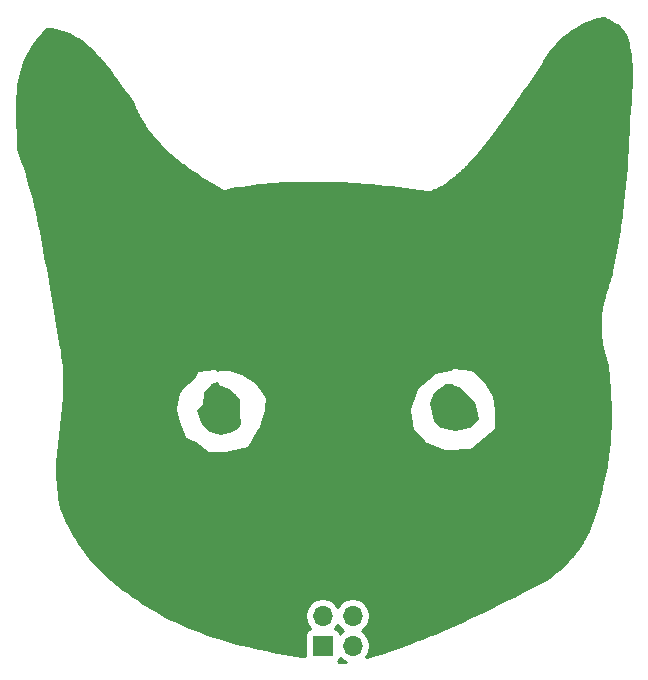
<source format=gtl>
G04 #@! TF.GenerationSoftware,KiCad,Pcbnew,5.1.6-c6e7f7d~87~ubuntu18.04.1*
G04 #@! TF.CreationDate,2020-07-20T20:37:32+02:00*
G04 #@! TF.ProjectId,cat-demo,6361742d-6465-46d6-9f2e-6b696361645f,rev?*
G04 #@! TF.SameCoordinates,Original*
G04 #@! TF.FileFunction,Copper,L1,Top*
G04 #@! TF.FilePolarity,Positive*
%FSLAX46Y46*%
G04 Gerber Fmt 4.6, Leading zero omitted, Abs format (unit mm)*
G04 Created by KiCad (PCBNEW 5.1.6-c6e7f7d~87~ubuntu18.04.1) date 2020-07-20 20:37:32*
%MOMM*%
%LPD*%
G01*
G04 APERTURE LIST*
G04 #@! TA.AperFunction,ComponentPad*
%ADD10O,1.700000X1.700000*%
G04 #@! TD*
G04 #@! TA.AperFunction,ComponentPad*
%ADD11R,1.700000X1.700000*%
G04 #@! TD*
G04 #@! TA.AperFunction,NonConductor*
%ADD12C,0.254000*%
G04 #@! TD*
G04 APERTURE END LIST*
D10*
X132840000Y-91985000D03*
X130300000Y-91985000D03*
X132840000Y-94525000D03*
D11*
X130300000Y-94525000D03*
D12*
G36*
X131893368Y-95678475D02*
G01*
X132136589Y-95840990D01*
X132248599Y-95887386D01*
X132037324Y-95928411D01*
X131654425Y-95865004D01*
X131654282Y-95864994D01*
X131651825Y-95864579D01*
X131570456Y-95851404D01*
X131601185Y-95826185D01*
X131680537Y-95729494D01*
X131739502Y-95619180D01*
X131761513Y-95546620D01*
X131893368Y-95678475D01*
G37*
X131893368Y-95678475D02*
X132136589Y-95840990D01*
X132248599Y-95887386D01*
X132037324Y-95928411D01*
X131654425Y-95865004D01*
X131654282Y-95864994D01*
X131651825Y-95864579D01*
X131570456Y-95851404D01*
X131601185Y-95826185D01*
X131680537Y-95729494D01*
X131739502Y-95619180D01*
X131761513Y-95546620D01*
X131893368Y-95678475D01*
G36*
X154152202Y-41362534D02*
G01*
X154160768Y-41368186D01*
X154407550Y-41528530D01*
X154422181Y-41536119D01*
X154435505Y-41545817D01*
X154444387Y-41550956D01*
X154708183Y-41701124D01*
X154964225Y-41848284D01*
X155194011Y-41999121D01*
X155402281Y-42169384D01*
X155606568Y-42388825D01*
X155692606Y-42504629D01*
X155784871Y-42650548D01*
X155875231Y-42819713D01*
X155962893Y-43015607D01*
X156046665Y-43241328D01*
X156125189Y-43499777D01*
X156196965Y-43793405D01*
X156260531Y-44124576D01*
X156314444Y-44495369D01*
X156357339Y-44907734D01*
X156387948Y-45363717D01*
X156405054Y-45865158D01*
X156407518Y-46414019D01*
X156394251Y-47012137D01*
X156364205Y-47661479D01*
X156316363Y-48364055D01*
X156249737Y-49121844D01*
X156162743Y-49942645D01*
X156162559Y-49966109D01*
X156159293Y-49989348D01*
X156158935Y-49999604D01*
X156148631Y-50368726D01*
X156136968Y-50737946D01*
X156123826Y-51108648D01*
X156109140Y-51480414D01*
X156092798Y-51854045D01*
X156074744Y-52229009D01*
X156054874Y-52605809D01*
X156033112Y-52984447D01*
X156009371Y-53365007D01*
X155983580Y-53747406D01*
X155955634Y-54132041D01*
X155925465Y-54518792D01*
X155893007Y-54907538D01*
X155858118Y-55299043D01*
X155820789Y-55692572D01*
X155780879Y-56088832D01*
X155738317Y-56487749D01*
X155693032Y-56889289D01*
X155644935Y-57293609D01*
X155593949Y-57700743D01*
X155539961Y-58110984D01*
X155482921Y-58524174D01*
X155422717Y-58940601D01*
X155359274Y-59360274D01*
X155292537Y-59783101D01*
X155222356Y-60209581D01*
X155148718Y-60639366D01*
X155071470Y-61072934D01*
X154990571Y-61510127D01*
X154905956Y-61950937D01*
X154817488Y-62395725D01*
X154727656Y-62832058D01*
X154682624Y-63012398D01*
X154632405Y-63200389D01*
X154579355Y-63388722D01*
X154523951Y-63577715D01*
X154466681Y-63767713D01*
X154407847Y-63959753D01*
X154348580Y-64152228D01*
X154348566Y-64152297D01*
X154348217Y-64153409D01*
X154288927Y-64347117D01*
X154288895Y-64347273D01*
X154287906Y-64350481D01*
X154229432Y-64544839D01*
X154229396Y-64545019D01*
X154227792Y-64550367D01*
X154170663Y-64745799D01*
X154170637Y-64745935D01*
X154168468Y-64753462D01*
X154113212Y-64950392D01*
X154113208Y-64950413D01*
X154110546Y-64960152D01*
X154057693Y-65159002D01*
X154057537Y-65159954D01*
X154057203Y-65160856D01*
X154054662Y-65170799D01*
X154004740Y-65371994D01*
X154004457Y-65373923D01*
X154003815Y-65375764D01*
X154001466Y-65385754D01*
X153955005Y-65589716D01*
X153954643Y-65592566D01*
X153953756Y-65595299D01*
X153951625Y-65605337D01*
X153909153Y-65812489D01*
X153908764Y-65816196D01*
X153907700Y-65819764D01*
X153905810Y-65829850D01*
X153867855Y-66040617D01*
X153867493Y-66045107D01*
X153866321Y-66049448D01*
X153864696Y-66059580D01*
X153831789Y-66274383D01*
X153831508Y-66279559D01*
X153830298Y-66284596D01*
X153828957Y-66294770D01*
X153801626Y-66514035D01*
X153801474Y-66519802D01*
X153800295Y-66525443D01*
X153799256Y-66535652D01*
X153778029Y-66759800D01*
X153778050Y-66766051D01*
X153776960Y-66772207D01*
X153776237Y-66782444D01*
X153761644Y-67011899D01*
X153761871Y-67018530D01*
X153760925Y-67025087D01*
X153760529Y-67035342D01*
X153753099Y-67270525D01*
X153753555Y-67277407D01*
X153752793Y-67284267D01*
X153752732Y-67294529D01*
X153752993Y-67535867D01*
X153753691Y-67542905D01*
X153753144Y-67549946D01*
X153753423Y-67560204D01*
X153761905Y-67808118D01*
X153762843Y-67815188D01*
X153762528Y-67822312D01*
X153763148Y-67832555D01*
X153780379Y-68087471D01*
X153781548Y-68094482D01*
X153781470Y-68101582D01*
X153782430Y-68111799D01*
X153808940Y-68374136D01*
X153810318Y-68380989D01*
X153810471Y-68387970D01*
X153811767Y-68398150D01*
X153848083Y-68668335D01*
X153849642Y-68674953D01*
X153850011Y-68681741D01*
X153851636Y-68691874D01*
X153898289Y-68970327D01*
X153899995Y-68976643D01*
X153900556Y-68983156D01*
X153902501Y-68993232D01*
X153960018Y-69280378D01*
X153961832Y-69286338D01*
X153962558Y-69292526D01*
X153964813Y-69302538D01*
X154033724Y-69598800D01*
X154035607Y-69604365D01*
X154036466Y-69610178D01*
X154039019Y-69620117D01*
X154119853Y-69925919D01*
X154121768Y-69931068D01*
X154122726Y-69936466D01*
X154125564Y-69946328D01*
X154218850Y-70262092D01*
X154220757Y-70266797D01*
X154221781Y-70271767D01*
X154224892Y-70281546D01*
X154310601Y-70544602D01*
X154349383Y-70830358D01*
X154393060Y-71177900D01*
X154433092Y-71524584D01*
X154469496Y-71870896D01*
X154502200Y-72216579D01*
X154531153Y-72561510D01*
X154556338Y-72905952D01*
X154577695Y-73249694D01*
X154595192Y-73592808D01*
X154608790Y-73935432D01*
X154618436Y-74277204D01*
X154624099Y-74618478D01*
X154625734Y-74959163D01*
X154623300Y-75299086D01*
X154616756Y-75638332D01*
X154606056Y-75977076D01*
X154591167Y-76315057D01*
X154572038Y-76652467D01*
X154548638Y-76989131D01*
X154520913Y-77325224D01*
X154488840Y-77660526D01*
X154452342Y-77995375D01*
X154411424Y-78329362D01*
X154366004Y-78662806D01*
X154316057Y-78995570D01*
X154261527Y-79327739D01*
X154202401Y-79659122D01*
X154138599Y-79989948D01*
X154070101Y-80320080D01*
X153996854Y-80649568D01*
X153918812Y-80978413D01*
X153834640Y-81311734D01*
X153834049Y-81315655D01*
X153832749Y-81319397D01*
X153830412Y-81329390D01*
X153771539Y-81589423D01*
X153711696Y-81846513D01*
X153650141Y-82101988D01*
X153586371Y-82356115D01*
X153520007Y-82608681D01*
X153450634Y-82859640D01*
X153377816Y-83109048D01*
X153301143Y-83356871D01*
X153220230Y-83603018D01*
X153134634Y-83847592D01*
X153043977Y-84090504D01*
X152947806Y-84331874D01*
X152845721Y-84571682D01*
X152737306Y-84809947D01*
X152622132Y-85046708D01*
X152499738Y-85282059D01*
X152369680Y-85516040D01*
X152231497Y-85748709D01*
X152084719Y-85980123D01*
X151928852Y-86210353D01*
X151763402Y-86439449D01*
X151587825Y-86667507D01*
X151401660Y-86894496D01*
X151204306Y-87120541D01*
X150995312Y-87345565D01*
X150774040Y-87569687D01*
X150540024Y-87792826D01*
X150292668Y-88015018D01*
X150031463Y-88236207D01*
X149755905Y-88456325D01*
X149465390Y-88675383D01*
X149191267Y-88870615D01*
X148530661Y-89219768D01*
X147838562Y-89581378D01*
X147156894Y-89933288D01*
X146485241Y-90275713D01*
X145824094Y-90608406D01*
X145173204Y-90931496D01*
X144532759Y-91244892D01*
X143902404Y-91548772D01*
X143282601Y-91842916D01*
X142672966Y-92127509D01*
X142073701Y-92402461D01*
X141484808Y-92667773D01*
X140906331Y-92923432D01*
X140338232Y-93169462D01*
X139780586Y-93405835D01*
X139233212Y-93632632D01*
X138696570Y-93849674D01*
X138170108Y-94057191D01*
X137654237Y-94255027D01*
X137148838Y-94443241D01*
X136653943Y-94621828D01*
X136169628Y-94790776D01*
X135695885Y-94950100D01*
X135232737Y-95099808D01*
X134780237Y-95239900D01*
X134338490Y-95370362D01*
X133997193Y-95466068D01*
X134155990Y-95228411D01*
X134267932Y-94958158D01*
X134325000Y-94671260D01*
X134325000Y-94378740D01*
X134267932Y-94091842D01*
X134155990Y-93821589D01*
X133993475Y-93578368D01*
X133786632Y-93371525D01*
X133612240Y-93255000D01*
X133786632Y-93138475D01*
X133993475Y-92931632D01*
X134155990Y-92688411D01*
X134267932Y-92418158D01*
X134325000Y-92131260D01*
X134325000Y-91838740D01*
X134267932Y-91551842D01*
X134155990Y-91281589D01*
X133993475Y-91038368D01*
X133786632Y-90831525D01*
X133543411Y-90669010D01*
X133273158Y-90557068D01*
X132986260Y-90500000D01*
X132693740Y-90500000D01*
X132406842Y-90557068D01*
X132136589Y-90669010D01*
X131893368Y-90831525D01*
X131686525Y-91038368D01*
X131570000Y-91212760D01*
X131453475Y-91038368D01*
X131246632Y-90831525D01*
X131003411Y-90669010D01*
X130733158Y-90557068D01*
X130446260Y-90500000D01*
X130153740Y-90500000D01*
X129866842Y-90557068D01*
X129596589Y-90669010D01*
X129353368Y-90831525D01*
X129146525Y-91038368D01*
X128984010Y-91281589D01*
X128872068Y-91551842D01*
X128815000Y-91838740D01*
X128815000Y-92131260D01*
X128872068Y-92418158D01*
X128984010Y-92688411D01*
X129146525Y-92931632D01*
X129278380Y-93063487D01*
X129205820Y-93085498D01*
X129095506Y-93144463D01*
X128998815Y-93223815D01*
X128919463Y-93320506D01*
X128860498Y-93430820D01*
X128824188Y-93550518D01*
X128811928Y-93675000D01*
X128811928Y-95375000D01*
X128815692Y-95413217D01*
X128571593Y-95374096D01*
X128061101Y-95290741D01*
X127551112Y-95205360D01*
X127041774Y-95117416D01*
X126533369Y-95026398D01*
X126025721Y-94931721D01*
X125518715Y-94832805D01*
X125012431Y-94729115D01*
X124506991Y-94620127D01*
X124002221Y-94505256D01*
X123498101Y-94383952D01*
X122994601Y-94255661D01*
X122491759Y-94119853D01*
X121989511Y-93975966D01*
X121487883Y-93823471D01*
X120986668Y-93661762D01*
X120486058Y-93490361D01*
X119985759Y-93308629D01*
X119485910Y-93116074D01*
X118986396Y-92912113D01*
X118487166Y-92696181D01*
X117988129Y-92467694D01*
X117489279Y-92226103D01*
X116990547Y-91970827D01*
X116491835Y-91701261D01*
X116000459Y-91421024D01*
X115720595Y-91243905D01*
X115428380Y-91057479D01*
X115137819Y-90870007D01*
X114849194Y-90681071D01*
X114562460Y-90490047D01*
X114278137Y-90296691D01*
X113996038Y-90100284D01*
X113716549Y-89900508D01*
X113439821Y-89696881D01*
X113165989Y-89488917D01*
X112895187Y-89276130D01*
X112627607Y-89058078D01*
X112363405Y-88834297D01*
X112102707Y-88604294D01*
X111845649Y-88367586D01*
X111592352Y-88123670D01*
X111342960Y-87872065D01*
X111097576Y-87612239D01*
X110856363Y-87343713D01*
X110619443Y-87065968D01*
X110386901Y-86778413D01*
X110158942Y-86480605D01*
X109935623Y-86171891D01*
X109717158Y-85851810D01*
X109503629Y-85519711D01*
X109295268Y-85175136D01*
X109092217Y-84817487D01*
X108894638Y-84446174D01*
X108702729Y-84060649D01*
X108516689Y-83660363D01*
X108336737Y-83244789D01*
X108182852Y-82862492D01*
X108096167Y-82462442D01*
X108015971Y-82024163D01*
X107951791Y-81595955D01*
X107902497Y-81176816D01*
X107866975Y-80765623D01*
X107844148Y-80361397D01*
X107832963Y-79963099D01*
X107832379Y-79569667D01*
X107841380Y-79180078D01*
X107858947Y-78793470D01*
X107884078Y-78408739D01*
X107915747Y-78025130D01*
X107952939Y-77641565D01*
X107994583Y-77257478D01*
X108039667Y-76871585D01*
X108087057Y-76483476D01*
X108135605Y-76092675D01*
X108135606Y-76092628D01*
X108135696Y-76091939D01*
X108184154Y-75698622D01*
X108184158Y-75698479D01*
X108184514Y-75695655D01*
X108231643Y-75299874D01*
X108231647Y-75299684D01*
X108232237Y-75294727D01*
X108276904Y-74895685D01*
X108276906Y-74895525D01*
X108277680Y-74888426D01*
X108318751Y-74485334D01*
X108318751Y-74485265D01*
X108319638Y-74476050D01*
X108322490Y-74444032D01*
X117823064Y-74444032D01*
X117826290Y-74468718D01*
X117840346Y-74529264D01*
X118086290Y-75588718D01*
X118093668Y-75610949D01*
X118693668Y-76980949D01*
X118701456Y-76995934D01*
X118716405Y-77015843D01*
X118734950Y-77032453D01*
X118756380Y-77045126D01*
X119476025Y-77380303D01*
X120626691Y-78193705D01*
X120651399Y-78207333D01*
X120675224Y-78214560D01*
X120700000Y-78217000D01*
X122020000Y-78217000D01*
X122050049Y-78213394D01*
X123980049Y-77743394D01*
X124004247Y-77734832D01*
X124025607Y-77722042D01*
X124044062Y-77705331D01*
X124058902Y-77685341D01*
X124958902Y-76185341D01*
X124969788Y-76162189D01*
X125529788Y-74572189D01*
X125533547Y-74559412D01*
X125536911Y-74534744D01*
X125537314Y-74523938D01*
X137583145Y-74523938D01*
X137584400Y-74548802D01*
X137834400Y-76218802D01*
X137841728Y-76246268D01*
X137853027Y-76268453D01*
X137868437Y-76288007D01*
X138858437Y-77318007D01*
X138879536Y-77335659D01*
X138901503Y-77347376D01*
X140571503Y-78037376D01*
X140602386Y-78045773D01*
X140627261Y-78046792D01*
X142897261Y-77916792D01*
X142930257Y-77910451D01*
X142952982Y-77900283D01*
X142973287Y-77885877D01*
X144953287Y-76165877D01*
X144962844Y-76156654D01*
X144977965Y-76136876D01*
X144988938Y-76114528D01*
X144995340Y-76090469D01*
X144996925Y-76065623D01*
X144946925Y-74615623D01*
X144946273Y-74606433D01*
X144816273Y-73396433D01*
X144810159Y-73368881D01*
X144799828Y-73346229D01*
X144079828Y-72106229D01*
X144069054Y-72090519D01*
X144051645Y-72072721D01*
X142931645Y-71132721D01*
X142911181Y-71118708D01*
X142888294Y-71108911D01*
X142863935Y-71103767D01*
X141323935Y-70933767D01*
X141310000Y-70933000D01*
X141285224Y-70935440D01*
X141261399Y-70942667D01*
X141239443Y-70954403D01*
X141220197Y-70970197D01*
X141204403Y-70989443D01*
X141192667Y-71011399D01*
X141185440Y-71035224D01*
X141183000Y-71060000D01*
X141183000Y-71070751D01*
X141161592Y-71064849D01*
X141136762Y-71063041D01*
X141112055Y-71066113D01*
X139782055Y-71366113D01*
X139768972Y-71369810D01*
X139746312Y-71380123D01*
X139726100Y-71394659D01*
X138226100Y-72714659D01*
X138215222Y-72725465D01*
X138200551Y-72745580D01*
X138190087Y-72768170D01*
X137755033Y-74015323D01*
X137590087Y-74488170D01*
X137583145Y-74523938D01*
X125537314Y-74523938D01*
X125576911Y-73464744D01*
X125573555Y-73430622D01*
X125565450Y-73407082D01*
X125552908Y-73385576D01*
X124742908Y-72265576D01*
X124726758Y-72247253D01*
X124706997Y-72232109D01*
X123466997Y-71462109D01*
X123438136Y-71448861D01*
X122358136Y-71108861D01*
X122344776Y-71105440D01*
X122320000Y-71103000D01*
X121500000Y-71103000D01*
X121474186Y-71105651D01*
X121450423Y-71113076D01*
X121428565Y-71124995D01*
X121409452Y-71140949D01*
X121393819Y-71160325D01*
X121387213Y-71172936D01*
X121376000Y-71084097D01*
X121370977Y-71061354D01*
X121361113Y-71038495D01*
X121346979Y-71018000D01*
X121329118Y-71000656D01*
X121308217Y-70987129D01*
X121285079Y-70977941D01*
X121260592Y-70973442D01*
X121235698Y-70973808D01*
X119735698Y-71143808D01*
X119703451Y-71151838D01*
X119681294Y-71163190D01*
X119661776Y-71178646D01*
X119645649Y-71197613D01*
X119633532Y-71219362D01*
X119347615Y-71876970D01*
X118476400Y-72496501D01*
X118460842Y-72509558D01*
X118444911Y-72528689D01*
X118064911Y-73088689D01*
X118051437Y-73114482D01*
X118044835Y-73138487D01*
X117824835Y-74418487D01*
X117823064Y-74444032D01*
X108322490Y-74444032D01*
X108355979Y-74068114D01*
X108355975Y-74067620D01*
X108356064Y-74067143D01*
X108356890Y-74056914D01*
X108387368Y-73643342D01*
X108387334Y-73641956D01*
X108387565Y-73640593D01*
X108388210Y-73630351D01*
X108411691Y-73210351D01*
X108411599Y-73208147D01*
X108411923Y-73205966D01*
X108412363Y-73195713D01*
X108427712Y-72768491D01*
X108427530Y-72765555D01*
X108427899Y-72762637D01*
X108428114Y-72752377D01*
X108434199Y-72317142D01*
X108433898Y-72313561D01*
X108434264Y-72309989D01*
X108434236Y-72299727D01*
X108429922Y-71855687D01*
X108429477Y-71851561D01*
X108429795Y-71847427D01*
X108429509Y-71837169D01*
X108413663Y-71383529D01*
X108413053Y-71378959D01*
X108413285Y-71374358D01*
X108412727Y-71364111D01*
X108384215Y-70900081D01*
X108383427Y-70895171D01*
X108383541Y-70890201D01*
X108382703Y-70879973D01*
X108340391Y-70404759D01*
X108339419Y-70399607D01*
X108339391Y-70394373D01*
X108338265Y-70384173D01*
X108281021Y-69896984D01*
X108279868Y-69891694D01*
X108279684Y-69886282D01*
X108278266Y-69876118D01*
X108204954Y-69376160D01*
X108201879Y-69363772D01*
X108200827Y-69351050D01*
X108198917Y-69340967D01*
X108096241Y-68818874D01*
X107997570Y-68299568D01*
X107901878Y-67779890D01*
X107808888Y-67260563D01*
X107718064Y-66740898D01*
X107628968Y-66220754D01*
X107541258Y-65700551D01*
X107454402Y-65179601D01*
X107368123Y-64658757D01*
X107368123Y-64658756D01*
X107281892Y-64137367D01*
X107281887Y-64137350D01*
X107281830Y-64136988D01*
X107195280Y-63615362D01*
X107195265Y-63615304D01*
X107195122Y-63614414D01*
X107107851Y-63092668D01*
X107107828Y-63092583D01*
X107107596Y-63091152D01*
X107019170Y-62569213D01*
X107019139Y-62569101D01*
X107018815Y-62567136D01*
X106928803Y-62044932D01*
X106928766Y-62044796D01*
X106928343Y-62042294D01*
X106836312Y-61519756D01*
X106836270Y-61519607D01*
X106835743Y-61516565D01*
X106741260Y-60993617D01*
X106741212Y-60993448D01*
X106740574Y-60989879D01*
X106643207Y-60466450D01*
X106643158Y-60466282D01*
X106642399Y-60462173D01*
X106541715Y-59938191D01*
X106541662Y-59938011D01*
X106540775Y-59933385D01*
X106436342Y-59408779D01*
X106436287Y-59408597D01*
X106435261Y-59403453D01*
X106326646Y-58878151D01*
X106326592Y-58877976D01*
X106325416Y-58872319D01*
X106212185Y-58346247D01*
X106212133Y-58346085D01*
X106210795Y-58339924D01*
X106092518Y-57813010D01*
X106092466Y-57812854D01*
X106090958Y-57806209D01*
X105967202Y-57278383D01*
X105967153Y-57278240D01*
X105965461Y-57271123D01*
X105835793Y-56742312D01*
X105835746Y-56742177D01*
X105833860Y-56734609D01*
X105697847Y-56204740D01*
X105697806Y-56204628D01*
X105695712Y-56196615D01*
X105552921Y-55665617D01*
X105552884Y-55665519D01*
X105550574Y-55657095D01*
X105400574Y-55124896D01*
X105400547Y-55124826D01*
X105398005Y-55115997D01*
X105240363Y-54582524D01*
X105240345Y-54582480D01*
X105237563Y-54573272D01*
X105071845Y-54038454D01*
X105071834Y-54038429D01*
X105068806Y-54028878D01*
X104894581Y-53492643D01*
X104894551Y-53492574D01*
X104894536Y-53492506D01*
X104891295Y-53482769D01*
X104708130Y-52945044D01*
X104708030Y-52944823D01*
X104707975Y-52944591D01*
X104704593Y-52934902D01*
X104550349Y-52502871D01*
X104542317Y-52276496D01*
X104542292Y-52276313D01*
X104542104Y-52271061D01*
X104527366Y-51927457D01*
X104527343Y-51927296D01*
X104527212Y-51924062D01*
X104510734Y-51577342D01*
X104510722Y-51577259D01*
X104510665Y-51575922D01*
X104493375Y-51226379D01*
X104476292Y-50876115D01*
X104460314Y-50525025D01*
X104446375Y-50174019D01*
X104435352Y-49823094D01*
X104428128Y-49472709D01*
X104425566Y-49123195D01*
X104428512Y-48774673D01*
X104437803Y-48427569D01*
X104454255Y-48082218D01*
X104478675Y-47738840D01*
X104511855Y-47397706D01*
X104554575Y-47059095D01*
X104607587Y-46723318D01*
X104671672Y-46390476D01*
X104747572Y-46060828D01*
X104836057Y-45734494D01*
X104937925Y-45411505D01*
X105053944Y-45092026D01*
X105184977Y-44776005D01*
X105331901Y-44463437D01*
X105495643Y-44154297D01*
X105677195Y-43848533D01*
X105877590Y-43546123D01*
X106097926Y-43247038D01*
X106339359Y-42951280D01*
X106603051Y-42658924D01*
X106890210Y-42370076D01*
X106980097Y-42287873D01*
X107025159Y-42291272D01*
X107353479Y-42333780D01*
X107668299Y-42392125D01*
X107970629Y-42465577D01*
X108261488Y-42553492D01*
X108541839Y-42655296D01*
X108812725Y-42770538D01*
X109074944Y-42898750D01*
X109329366Y-43039568D01*
X109576702Y-43192604D01*
X109817631Y-43357499D01*
X110052692Y-43533822D01*
X110282411Y-43721142D01*
X110507249Y-43918971D01*
X110727682Y-44126826D01*
X110944055Y-44344074D01*
X111156838Y-44570174D01*
X111366393Y-44804444D01*
X111573168Y-45046260D01*
X111777540Y-45294882D01*
X111979961Y-45549626D01*
X112180876Y-45809761D01*
X112380763Y-46074578D01*
X112580157Y-46343407D01*
X112779366Y-46615248D01*
X112979282Y-46889871D01*
X112979289Y-46889878D01*
X113179476Y-47165202D01*
X113179528Y-47165260D01*
X113180352Y-47166406D01*
X113381222Y-47441494D01*
X113381328Y-47441612D01*
X113383230Y-47444231D01*
X113585073Y-47717989D01*
X113585195Y-47718125D01*
X113588247Y-47722262D01*
X113791613Y-47993943D01*
X113791716Y-47994056D01*
X113796000Y-47999745D01*
X114001436Y-48268604D01*
X114001483Y-48268655D01*
X114007104Y-48275926D01*
X114142860Y-48449030D01*
X114214268Y-48645303D01*
X114218002Y-48653100D01*
X114220345Y-48661415D01*
X114224145Y-48670948D01*
X114345761Y-48969933D01*
X114349718Y-48977459D01*
X114352324Y-48985549D01*
X114356474Y-48994935D01*
X114487956Y-49286744D01*
X114492094Y-49293953D01*
X114494928Y-49301763D01*
X114499418Y-49310991D01*
X114640480Y-49595833D01*
X114644748Y-49602678D01*
X114647769Y-49610155D01*
X114652587Y-49619216D01*
X114802938Y-49897301D01*
X114807293Y-49903758D01*
X114810457Y-49910862D01*
X114815589Y-49919749D01*
X114974945Y-50191285D01*
X114979329Y-50197317D01*
X114982593Y-50204020D01*
X114988026Y-50212726D01*
X115156100Y-50477923D01*
X115160465Y-50483516D01*
X115163779Y-50489785D01*
X115169497Y-50498306D01*
X115346001Y-50757373D01*
X115350298Y-50762518D01*
X115353615Y-50768332D01*
X115359604Y-50776665D01*
X115544249Y-51029812D01*
X115548432Y-51034506D01*
X115551711Y-51039860D01*
X115557955Y-51048004D01*
X115750456Y-51295436D01*
X115754475Y-51299674D01*
X115757672Y-51304561D01*
X115764157Y-51312515D01*
X115964225Y-51554445D01*
X115968049Y-51558243D01*
X115971124Y-51562664D01*
X115977833Y-51570430D01*
X116185181Y-51807064D01*
X116188769Y-51810430D01*
X116191685Y-51814387D01*
X116198603Y-51821967D01*
X116412944Y-52053517D01*
X116416268Y-52056469D01*
X116418999Y-52059980D01*
X116426112Y-52067377D01*
X116647158Y-52294049D01*
X116650193Y-52296606D01*
X116652704Y-52299675D01*
X116659998Y-52306894D01*
X116887462Y-52528899D01*
X116890185Y-52531081D01*
X116892455Y-52533726D01*
X116899916Y-52540773D01*
X117133511Y-52758320D01*
X117135905Y-52760147D01*
X117137916Y-52762389D01*
X117145531Y-52769268D01*
X117384969Y-52982565D01*
X117387021Y-52984061D01*
X117388752Y-52985911D01*
X117396509Y-52992631D01*
X117641503Y-53201887D01*
X117643202Y-53203072D01*
X117644643Y-53204553D01*
X117652529Y-53211120D01*
X117902792Y-53416545D01*
X117904134Y-53417443D01*
X117905274Y-53418572D01*
X117913279Y-53424993D01*
X118168524Y-53626795D01*
X118169497Y-53627420D01*
X118170330Y-53628218D01*
X118178444Y-53634501D01*
X118438382Y-53832889D01*
X118438989Y-53833264D01*
X118439509Y-53833747D01*
X118447721Y-53839900D01*
X118712065Y-54035083D01*
X118712305Y-54035226D01*
X118712508Y-54035409D01*
X118720810Y-54041441D01*
X118989274Y-54233629D01*
X118989296Y-54233642D01*
X118997416Y-54239375D01*
X119269711Y-54428775D01*
X119269784Y-54428816D01*
X119277242Y-54433943D01*
X119553081Y-54620766D01*
X119553188Y-54620824D01*
X119559998Y-54625394D01*
X119839095Y-54809848D01*
X119839228Y-54809918D01*
X119845397Y-54813967D01*
X120127464Y-54996261D01*
X120127618Y-54996340D01*
X120133148Y-54999897D01*
X120417896Y-55180240D01*
X120418060Y-55180323D01*
X120422966Y-55183422D01*
X120710111Y-55362023D01*
X120710277Y-55362105D01*
X120714563Y-55364770D01*
X121003815Y-55541839D01*
X121003978Y-55541918D01*
X121007657Y-55544175D01*
X121298729Y-55719919D01*
X121298881Y-55719992D01*
X121301959Y-55721858D01*
X121594565Y-55896488D01*
X121639717Y-55917763D01*
X121683506Y-55941683D01*
X121704454Y-55948266D01*
X121724329Y-55957631D01*
X121772753Y-55969730D01*
X121820355Y-55984690D01*
X121842189Y-55987080D01*
X121863498Y-55992404D01*
X121913343Y-55994868D01*
X121962950Y-56000297D01*
X121984829Y-55998401D01*
X122006769Y-55999485D01*
X122056143Y-55992219D01*
X122105861Y-55987910D01*
X122115937Y-55985960D01*
X122569649Y-55894855D01*
X123023095Y-55811577D01*
X123482438Y-55734834D01*
X123947659Y-55664575D01*
X124418585Y-55600774D01*
X124895168Y-55543379D01*
X125377572Y-55492322D01*
X125865458Y-55447581D01*
X126358961Y-55409091D01*
X126857963Y-55376810D01*
X127362340Y-55350688D01*
X127872171Y-55330671D01*
X128387303Y-55316709D01*
X128907704Y-55308749D01*
X129433443Y-55306740D01*
X129964155Y-55310628D01*
X130500098Y-55320360D01*
X131041175Y-55335885D01*
X131587013Y-55357139D01*
X132137963Y-55384079D01*
X132693773Y-55416643D01*
X133254417Y-55454777D01*
X133819847Y-55498426D01*
X134389904Y-55547523D01*
X134964772Y-55602035D01*
X135544120Y-55661879D01*
X136128036Y-55727008D01*
X136716448Y-55797366D01*
X137309379Y-55872904D01*
X137906575Y-55953539D01*
X138508201Y-56039241D01*
X139116569Y-56130308D01*
X139170940Y-56133075D01*
X139225102Y-56138406D01*
X139242431Y-56136714D01*
X139259830Y-56137599D01*
X139313712Y-56129752D01*
X139367869Y-56124462D01*
X139384539Y-56119436D01*
X139401780Y-56116925D01*
X139453104Y-56098764D01*
X139505209Y-56083054D01*
X139514671Y-56079081D01*
X139779632Y-55965637D01*
X139791060Y-55959360D01*
X139803335Y-55954988D01*
X139812590Y-55950554D01*
X140074028Y-55823018D01*
X140084256Y-55816725D01*
X140095366Y-55812175D01*
X140104405Y-55807315D01*
X140362452Y-55666214D01*
X140371508Y-55660043D01*
X140381457Y-55655452D01*
X140390275Y-55650201D01*
X140645063Y-55496062D01*
X140653004Y-55490128D01*
X140661827Y-55485610D01*
X140670423Y-55480004D01*
X140922082Y-55313354D01*
X140928979Y-55307747D01*
X140936723Y-55303402D01*
X140945100Y-55297473D01*
X141193763Y-55118838D01*
X141199687Y-55113635D01*
X141206419Y-55109539D01*
X141214581Y-55103318D01*
X141460379Y-54913227D01*
X141465415Y-54908478D01*
X141471203Y-54904692D01*
X141479157Y-54898208D01*
X141722223Y-54697187D01*
X141726453Y-54692929D01*
X141731368Y-54689497D01*
X141739122Y-54682775D01*
X141979588Y-54471350D01*
X141983086Y-54467609D01*
X141987205Y-54464559D01*
X141994769Y-54457623D01*
X142232765Y-54236321D01*
X142235610Y-54233103D01*
X142238990Y-54230464D01*
X142246374Y-54223338D01*
X142482032Y-53992688D01*
X142484288Y-53990001D01*
X142487001Y-53987778D01*
X142494215Y-53980480D01*
X142727669Y-53741008D01*
X142729402Y-53738843D01*
X142731500Y-53737047D01*
X142738557Y-53729596D01*
X142969937Y-53481830D01*
X142971197Y-53480184D01*
X142972745Y-53478806D01*
X142979654Y-53471218D01*
X143209091Y-53215682D01*
X143209929Y-53214542D01*
X143210966Y-53213585D01*
X143217740Y-53205875D01*
X143445366Y-52943099D01*
X143445826Y-52942449D01*
X143446396Y-52941906D01*
X143453045Y-52934089D01*
X143678993Y-52664599D01*
X143679109Y-52664429D01*
X143679256Y-52664285D01*
X143685790Y-52656371D01*
X143910191Y-52380694D01*
X143910225Y-52380643D01*
X143916179Y-52373239D01*
X144139165Y-52091902D01*
X144139227Y-52091806D01*
X144144413Y-52085201D01*
X144366115Y-51798731D01*
X144366197Y-51798601D01*
X144370678Y-51792772D01*
X144591229Y-51501696D01*
X144591319Y-51501549D01*
X144595160Y-51496461D01*
X144814691Y-51201305D01*
X144814788Y-51201145D01*
X144818030Y-51196780D01*
X145036672Y-50898074D01*
X145036765Y-50897917D01*
X145039456Y-50894245D01*
X145257342Y-50592514D01*
X145257430Y-50592364D01*
X145259600Y-50589369D01*
X145476862Y-50285140D01*
X145476940Y-50285005D01*
X145478616Y-50282672D01*
X145695385Y-49976472D01*
X145695446Y-49976366D01*
X145696657Y-49974669D01*
X145913066Y-49667025D01*
X145913109Y-49666949D01*
X145913867Y-49665883D01*
X146130045Y-49357323D01*
X146130064Y-49357289D01*
X146130385Y-49356837D01*
X146346465Y-49047886D01*
X146562000Y-48739903D01*
X146777693Y-48432590D01*
X146992838Y-48127665D01*
X147203219Y-47831747D01*
X147382759Y-47593631D01*
X147384506Y-47590771D01*
X147386751Y-47588286D01*
X147392797Y-47579994D01*
X147572395Y-47330025D01*
X147573414Y-47328267D01*
X147574744Y-47326736D01*
X147580628Y-47318327D01*
X147755048Y-47065314D01*
X147755386Y-47064704D01*
X147755831Y-47064175D01*
X147761581Y-47055674D01*
X147931798Y-46800188D01*
X147931839Y-46800112D01*
X147936715Y-46792710D01*
X148103707Y-46535327D01*
X148103790Y-46535167D01*
X148107089Y-46530065D01*
X148271829Y-46271357D01*
X148271902Y-46271214D01*
X148273727Y-46268361D01*
X148437191Y-46008902D01*
X148437213Y-46008858D01*
X148437635Y-46008197D01*
X148600392Y-45749209D01*
X148762359Y-45492931D01*
X148924647Y-45239656D01*
X149088067Y-44990100D01*
X149253466Y-44744857D01*
X149421732Y-44504410D01*
X149593755Y-44269189D01*
X149770414Y-44039597D01*
X149952567Y-43816036D01*
X150141116Y-43598826D01*
X150336991Y-43388246D01*
X150541112Y-43184591D01*
X150754494Y-42988072D01*
X150978180Y-42798915D01*
X151213345Y-42617279D01*
X151461125Y-42443422D01*
X151722797Y-42277568D01*
X151999638Y-42120025D01*
X152292986Y-41971139D01*
X152604185Y-41831330D01*
X152934540Y-41701100D01*
X153285392Y-41580993D01*
X153657979Y-41471634D01*
X154053551Y-41373673D01*
X154143391Y-41355293D01*
X154152202Y-41362534D01*
G37*
X154152202Y-41362534D02*
X154160768Y-41368186D01*
X154407550Y-41528530D01*
X154422181Y-41536119D01*
X154435505Y-41545817D01*
X154444387Y-41550956D01*
X154708183Y-41701124D01*
X154964225Y-41848284D01*
X155194011Y-41999121D01*
X155402281Y-42169384D01*
X155606568Y-42388825D01*
X155692606Y-42504629D01*
X155784871Y-42650548D01*
X155875231Y-42819713D01*
X155962893Y-43015607D01*
X156046665Y-43241328D01*
X156125189Y-43499777D01*
X156196965Y-43793405D01*
X156260531Y-44124576D01*
X156314444Y-44495369D01*
X156357339Y-44907734D01*
X156387948Y-45363717D01*
X156405054Y-45865158D01*
X156407518Y-46414019D01*
X156394251Y-47012137D01*
X156364205Y-47661479D01*
X156316363Y-48364055D01*
X156249737Y-49121844D01*
X156162743Y-49942645D01*
X156162559Y-49966109D01*
X156159293Y-49989348D01*
X156158935Y-49999604D01*
X156148631Y-50368726D01*
X156136968Y-50737946D01*
X156123826Y-51108648D01*
X156109140Y-51480414D01*
X156092798Y-51854045D01*
X156074744Y-52229009D01*
X156054874Y-52605809D01*
X156033112Y-52984447D01*
X156009371Y-53365007D01*
X155983580Y-53747406D01*
X155955634Y-54132041D01*
X155925465Y-54518792D01*
X155893007Y-54907538D01*
X155858118Y-55299043D01*
X155820789Y-55692572D01*
X155780879Y-56088832D01*
X155738317Y-56487749D01*
X155693032Y-56889289D01*
X155644935Y-57293609D01*
X155593949Y-57700743D01*
X155539961Y-58110984D01*
X155482921Y-58524174D01*
X155422717Y-58940601D01*
X155359274Y-59360274D01*
X155292537Y-59783101D01*
X155222356Y-60209581D01*
X155148718Y-60639366D01*
X155071470Y-61072934D01*
X154990571Y-61510127D01*
X154905956Y-61950937D01*
X154817488Y-62395725D01*
X154727656Y-62832058D01*
X154682624Y-63012398D01*
X154632405Y-63200389D01*
X154579355Y-63388722D01*
X154523951Y-63577715D01*
X154466681Y-63767713D01*
X154407847Y-63959753D01*
X154348580Y-64152228D01*
X154348566Y-64152297D01*
X154348217Y-64153409D01*
X154288927Y-64347117D01*
X154288895Y-64347273D01*
X154287906Y-64350481D01*
X154229432Y-64544839D01*
X154229396Y-64545019D01*
X154227792Y-64550367D01*
X154170663Y-64745799D01*
X154170637Y-64745935D01*
X154168468Y-64753462D01*
X154113212Y-64950392D01*
X154113208Y-64950413D01*
X154110546Y-64960152D01*
X154057693Y-65159002D01*
X154057537Y-65159954D01*
X154057203Y-65160856D01*
X154054662Y-65170799D01*
X154004740Y-65371994D01*
X154004457Y-65373923D01*
X154003815Y-65375764D01*
X154001466Y-65385754D01*
X153955005Y-65589716D01*
X153954643Y-65592566D01*
X153953756Y-65595299D01*
X153951625Y-65605337D01*
X153909153Y-65812489D01*
X153908764Y-65816196D01*
X153907700Y-65819764D01*
X153905810Y-65829850D01*
X153867855Y-66040617D01*
X153867493Y-66045107D01*
X153866321Y-66049448D01*
X153864696Y-66059580D01*
X153831789Y-66274383D01*
X153831508Y-66279559D01*
X153830298Y-66284596D01*
X153828957Y-66294770D01*
X153801626Y-66514035D01*
X153801474Y-66519802D01*
X153800295Y-66525443D01*
X153799256Y-66535652D01*
X153778029Y-66759800D01*
X153778050Y-66766051D01*
X153776960Y-66772207D01*
X153776237Y-66782444D01*
X153761644Y-67011899D01*
X153761871Y-67018530D01*
X153760925Y-67025087D01*
X153760529Y-67035342D01*
X153753099Y-67270525D01*
X153753555Y-67277407D01*
X153752793Y-67284267D01*
X153752732Y-67294529D01*
X153752993Y-67535867D01*
X153753691Y-67542905D01*
X153753144Y-67549946D01*
X153753423Y-67560204D01*
X153761905Y-67808118D01*
X153762843Y-67815188D01*
X153762528Y-67822312D01*
X153763148Y-67832555D01*
X153780379Y-68087471D01*
X153781548Y-68094482D01*
X153781470Y-68101582D01*
X153782430Y-68111799D01*
X153808940Y-68374136D01*
X153810318Y-68380989D01*
X153810471Y-68387970D01*
X153811767Y-68398150D01*
X153848083Y-68668335D01*
X153849642Y-68674953D01*
X153850011Y-68681741D01*
X153851636Y-68691874D01*
X153898289Y-68970327D01*
X153899995Y-68976643D01*
X153900556Y-68983156D01*
X153902501Y-68993232D01*
X153960018Y-69280378D01*
X153961832Y-69286338D01*
X153962558Y-69292526D01*
X153964813Y-69302538D01*
X154033724Y-69598800D01*
X154035607Y-69604365D01*
X154036466Y-69610178D01*
X154039019Y-69620117D01*
X154119853Y-69925919D01*
X154121768Y-69931068D01*
X154122726Y-69936466D01*
X154125564Y-69946328D01*
X154218850Y-70262092D01*
X154220757Y-70266797D01*
X154221781Y-70271767D01*
X154224892Y-70281546D01*
X154310601Y-70544602D01*
X154349383Y-70830358D01*
X154393060Y-71177900D01*
X154433092Y-71524584D01*
X154469496Y-71870896D01*
X154502200Y-72216579D01*
X154531153Y-72561510D01*
X154556338Y-72905952D01*
X154577695Y-73249694D01*
X154595192Y-73592808D01*
X154608790Y-73935432D01*
X154618436Y-74277204D01*
X154624099Y-74618478D01*
X154625734Y-74959163D01*
X154623300Y-75299086D01*
X154616756Y-75638332D01*
X154606056Y-75977076D01*
X154591167Y-76315057D01*
X154572038Y-76652467D01*
X154548638Y-76989131D01*
X154520913Y-77325224D01*
X154488840Y-77660526D01*
X154452342Y-77995375D01*
X154411424Y-78329362D01*
X154366004Y-78662806D01*
X154316057Y-78995570D01*
X154261527Y-79327739D01*
X154202401Y-79659122D01*
X154138599Y-79989948D01*
X154070101Y-80320080D01*
X153996854Y-80649568D01*
X153918812Y-80978413D01*
X153834640Y-81311734D01*
X153834049Y-81315655D01*
X153832749Y-81319397D01*
X153830412Y-81329390D01*
X153771539Y-81589423D01*
X153711696Y-81846513D01*
X153650141Y-82101988D01*
X153586371Y-82356115D01*
X153520007Y-82608681D01*
X153450634Y-82859640D01*
X153377816Y-83109048D01*
X153301143Y-83356871D01*
X153220230Y-83603018D01*
X153134634Y-83847592D01*
X153043977Y-84090504D01*
X152947806Y-84331874D01*
X152845721Y-84571682D01*
X152737306Y-84809947D01*
X152622132Y-85046708D01*
X152499738Y-85282059D01*
X152369680Y-85516040D01*
X152231497Y-85748709D01*
X152084719Y-85980123D01*
X151928852Y-86210353D01*
X151763402Y-86439449D01*
X151587825Y-86667507D01*
X151401660Y-86894496D01*
X151204306Y-87120541D01*
X150995312Y-87345565D01*
X150774040Y-87569687D01*
X150540024Y-87792826D01*
X150292668Y-88015018D01*
X150031463Y-88236207D01*
X149755905Y-88456325D01*
X149465390Y-88675383D01*
X149191267Y-88870615D01*
X148530661Y-89219768D01*
X147838562Y-89581378D01*
X147156894Y-89933288D01*
X146485241Y-90275713D01*
X145824094Y-90608406D01*
X145173204Y-90931496D01*
X144532759Y-91244892D01*
X143902404Y-91548772D01*
X143282601Y-91842916D01*
X142672966Y-92127509D01*
X142073701Y-92402461D01*
X141484808Y-92667773D01*
X140906331Y-92923432D01*
X140338232Y-93169462D01*
X139780586Y-93405835D01*
X139233212Y-93632632D01*
X138696570Y-93849674D01*
X138170108Y-94057191D01*
X137654237Y-94255027D01*
X137148838Y-94443241D01*
X136653943Y-94621828D01*
X136169628Y-94790776D01*
X135695885Y-94950100D01*
X135232737Y-95099808D01*
X134780237Y-95239900D01*
X134338490Y-95370362D01*
X133997193Y-95466068D01*
X134155990Y-95228411D01*
X134267932Y-94958158D01*
X134325000Y-94671260D01*
X134325000Y-94378740D01*
X134267932Y-94091842D01*
X134155990Y-93821589D01*
X133993475Y-93578368D01*
X133786632Y-93371525D01*
X133612240Y-93255000D01*
X133786632Y-93138475D01*
X133993475Y-92931632D01*
X134155990Y-92688411D01*
X134267932Y-92418158D01*
X134325000Y-92131260D01*
X134325000Y-91838740D01*
X134267932Y-91551842D01*
X134155990Y-91281589D01*
X133993475Y-91038368D01*
X133786632Y-90831525D01*
X133543411Y-90669010D01*
X133273158Y-90557068D01*
X132986260Y-90500000D01*
X132693740Y-90500000D01*
X132406842Y-90557068D01*
X132136589Y-90669010D01*
X131893368Y-90831525D01*
X131686525Y-91038368D01*
X131570000Y-91212760D01*
X131453475Y-91038368D01*
X131246632Y-90831525D01*
X131003411Y-90669010D01*
X130733158Y-90557068D01*
X130446260Y-90500000D01*
X130153740Y-90500000D01*
X129866842Y-90557068D01*
X129596589Y-90669010D01*
X129353368Y-90831525D01*
X129146525Y-91038368D01*
X128984010Y-91281589D01*
X128872068Y-91551842D01*
X128815000Y-91838740D01*
X128815000Y-92131260D01*
X128872068Y-92418158D01*
X128984010Y-92688411D01*
X129146525Y-92931632D01*
X129278380Y-93063487D01*
X129205820Y-93085498D01*
X129095506Y-93144463D01*
X128998815Y-93223815D01*
X128919463Y-93320506D01*
X128860498Y-93430820D01*
X128824188Y-93550518D01*
X128811928Y-93675000D01*
X128811928Y-95375000D01*
X128815692Y-95413217D01*
X128571593Y-95374096D01*
X128061101Y-95290741D01*
X127551112Y-95205360D01*
X127041774Y-95117416D01*
X126533369Y-95026398D01*
X126025721Y-94931721D01*
X125518715Y-94832805D01*
X125012431Y-94729115D01*
X124506991Y-94620127D01*
X124002221Y-94505256D01*
X123498101Y-94383952D01*
X122994601Y-94255661D01*
X122491759Y-94119853D01*
X121989511Y-93975966D01*
X121487883Y-93823471D01*
X120986668Y-93661762D01*
X120486058Y-93490361D01*
X119985759Y-93308629D01*
X119485910Y-93116074D01*
X118986396Y-92912113D01*
X118487166Y-92696181D01*
X117988129Y-92467694D01*
X117489279Y-92226103D01*
X116990547Y-91970827D01*
X116491835Y-91701261D01*
X116000459Y-91421024D01*
X115720595Y-91243905D01*
X115428380Y-91057479D01*
X115137819Y-90870007D01*
X114849194Y-90681071D01*
X114562460Y-90490047D01*
X114278137Y-90296691D01*
X113996038Y-90100284D01*
X113716549Y-89900508D01*
X113439821Y-89696881D01*
X113165989Y-89488917D01*
X112895187Y-89276130D01*
X112627607Y-89058078D01*
X112363405Y-88834297D01*
X112102707Y-88604294D01*
X111845649Y-88367586D01*
X111592352Y-88123670D01*
X111342960Y-87872065D01*
X111097576Y-87612239D01*
X110856363Y-87343713D01*
X110619443Y-87065968D01*
X110386901Y-86778413D01*
X110158942Y-86480605D01*
X109935623Y-86171891D01*
X109717158Y-85851810D01*
X109503629Y-85519711D01*
X109295268Y-85175136D01*
X109092217Y-84817487D01*
X108894638Y-84446174D01*
X108702729Y-84060649D01*
X108516689Y-83660363D01*
X108336737Y-83244789D01*
X108182852Y-82862492D01*
X108096167Y-82462442D01*
X108015971Y-82024163D01*
X107951791Y-81595955D01*
X107902497Y-81176816D01*
X107866975Y-80765623D01*
X107844148Y-80361397D01*
X107832963Y-79963099D01*
X107832379Y-79569667D01*
X107841380Y-79180078D01*
X107858947Y-78793470D01*
X107884078Y-78408739D01*
X107915747Y-78025130D01*
X107952939Y-77641565D01*
X107994583Y-77257478D01*
X108039667Y-76871585D01*
X108087057Y-76483476D01*
X108135605Y-76092675D01*
X108135606Y-76092628D01*
X108135696Y-76091939D01*
X108184154Y-75698622D01*
X108184158Y-75698479D01*
X108184514Y-75695655D01*
X108231643Y-75299874D01*
X108231647Y-75299684D01*
X108232237Y-75294727D01*
X108276904Y-74895685D01*
X108276906Y-74895525D01*
X108277680Y-74888426D01*
X108318751Y-74485334D01*
X108318751Y-74485265D01*
X108319638Y-74476050D01*
X108322490Y-74444032D01*
X117823064Y-74444032D01*
X117826290Y-74468718D01*
X117840346Y-74529264D01*
X118086290Y-75588718D01*
X118093668Y-75610949D01*
X118693668Y-76980949D01*
X118701456Y-76995934D01*
X118716405Y-77015843D01*
X118734950Y-77032453D01*
X118756380Y-77045126D01*
X119476025Y-77380303D01*
X120626691Y-78193705D01*
X120651399Y-78207333D01*
X120675224Y-78214560D01*
X120700000Y-78217000D01*
X122020000Y-78217000D01*
X122050049Y-78213394D01*
X123980049Y-77743394D01*
X124004247Y-77734832D01*
X124025607Y-77722042D01*
X124044062Y-77705331D01*
X124058902Y-77685341D01*
X124958902Y-76185341D01*
X124969788Y-76162189D01*
X125529788Y-74572189D01*
X125533547Y-74559412D01*
X125536911Y-74534744D01*
X125537314Y-74523938D01*
X137583145Y-74523938D01*
X137584400Y-74548802D01*
X137834400Y-76218802D01*
X137841728Y-76246268D01*
X137853027Y-76268453D01*
X137868437Y-76288007D01*
X138858437Y-77318007D01*
X138879536Y-77335659D01*
X138901503Y-77347376D01*
X140571503Y-78037376D01*
X140602386Y-78045773D01*
X140627261Y-78046792D01*
X142897261Y-77916792D01*
X142930257Y-77910451D01*
X142952982Y-77900283D01*
X142973287Y-77885877D01*
X144953287Y-76165877D01*
X144962844Y-76156654D01*
X144977965Y-76136876D01*
X144988938Y-76114528D01*
X144995340Y-76090469D01*
X144996925Y-76065623D01*
X144946925Y-74615623D01*
X144946273Y-74606433D01*
X144816273Y-73396433D01*
X144810159Y-73368881D01*
X144799828Y-73346229D01*
X144079828Y-72106229D01*
X144069054Y-72090519D01*
X144051645Y-72072721D01*
X142931645Y-71132721D01*
X142911181Y-71118708D01*
X142888294Y-71108911D01*
X142863935Y-71103767D01*
X141323935Y-70933767D01*
X141310000Y-70933000D01*
X141285224Y-70935440D01*
X141261399Y-70942667D01*
X141239443Y-70954403D01*
X141220197Y-70970197D01*
X141204403Y-70989443D01*
X141192667Y-71011399D01*
X141185440Y-71035224D01*
X141183000Y-71060000D01*
X141183000Y-71070751D01*
X141161592Y-71064849D01*
X141136762Y-71063041D01*
X141112055Y-71066113D01*
X139782055Y-71366113D01*
X139768972Y-71369810D01*
X139746312Y-71380123D01*
X139726100Y-71394659D01*
X138226100Y-72714659D01*
X138215222Y-72725465D01*
X138200551Y-72745580D01*
X138190087Y-72768170D01*
X137755033Y-74015323D01*
X137590087Y-74488170D01*
X137583145Y-74523938D01*
X125537314Y-74523938D01*
X125576911Y-73464744D01*
X125573555Y-73430622D01*
X125565450Y-73407082D01*
X125552908Y-73385576D01*
X124742908Y-72265576D01*
X124726758Y-72247253D01*
X124706997Y-72232109D01*
X123466997Y-71462109D01*
X123438136Y-71448861D01*
X122358136Y-71108861D01*
X122344776Y-71105440D01*
X122320000Y-71103000D01*
X121500000Y-71103000D01*
X121474186Y-71105651D01*
X121450423Y-71113076D01*
X121428565Y-71124995D01*
X121409452Y-71140949D01*
X121393819Y-71160325D01*
X121387213Y-71172936D01*
X121376000Y-71084097D01*
X121370977Y-71061354D01*
X121361113Y-71038495D01*
X121346979Y-71018000D01*
X121329118Y-71000656D01*
X121308217Y-70987129D01*
X121285079Y-70977941D01*
X121260592Y-70973442D01*
X121235698Y-70973808D01*
X119735698Y-71143808D01*
X119703451Y-71151838D01*
X119681294Y-71163190D01*
X119661776Y-71178646D01*
X119645649Y-71197613D01*
X119633532Y-71219362D01*
X119347615Y-71876970D01*
X118476400Y-72496501D01*
X118460842Y-72509558D01*
X118444911Y-72528689D01*
X118064911Y-73088689D01*
X118051437Y-73114482D01*
X118044835Y-73138487D01*
X117824835Y-74418487D01*
X117823064Y-74444032D01*
X108322490Y-74444032D01*
X108355979Y-74068114D01*
X108355975Y-74067620D01*
X108356064Y-74067143D01*
X108356890Y-74056914D01*
X108387368Y-73643342D01*
X108387334Y-73641956D01*
X108387565Y-73640593D01*
X108388210Y-73630351D01*
X108411691Y-73210351D01*
X108411599Y-73208147D01*
X108411923Y-73205966D01*
X108412363Y-73195713D01*
X108427712Y-72768491D01*
X108427530Y-72765555D01*
X108427899Y-72762637D01*
X108428114Y-72752377D01*
X108434199Y-72317142D01*
X108433898Y-72313561D01*
X108434264Y-72309989D01*
X108434236Y-72299727D01*
X108429922Y-71855687D01*
X108429477Y-71851561D01*
X108429795Y-71847427D01*
X108429509Y-71837169D01*
X108413663Y-71383529D01*
X108413053Y-71378959D01*
X108413285Y-71374358D01*
X108412727Y-71364111D01*
X108384215Y-70900081D01*
X108383427Y-70895171D01*
X108383541Y-70890201D01*
X108382703Y-70879973D01*
X108340391Y-70404759D01*
X108339419Y-70399607D01*
X108339391Y-70394373D01*
X108338265Y-70384173D01*
X108281021Y-69896984D01*
X108279868Y-69891694D01*
X108279684Y-69886282D01*
X108278266Y-69876118D01*
X108204954Y-69376160D01*
X108201879Y-69363772D01*
X108200827Y-69351050D01*
X108198917Y-69340967D01*
X108096241Y-68818874D01*
X107997570Y-68299568D01*
X107901878Y-67779890D01*
X107808888Y-67260563D01*
X107718064Y-66740898D01*
X107628968Y-66220754D01*
X107541258Y-65700551D01*
X107454402Y-65179601D01*
X107368123Y-64658757D01*
X107368123Y-64658756D01*
X107281892Y-64137367D01*
X107281887Y-64137350D01*
X107281830Y-64136988D01*
X107195280Y-63615362D01*
X107195265Y-63615304D01*
X107195122Y-63614414D01*
X107107851Y-63092668D01*
X107107828Y-63092583D01*
X107107596Y-63091152D01*
X107019170Y-62569213D01*
X107019139Y-62569101D01*
X107018815Y-62567136D01*
X106928803Y-62044932D01*
X106928766Y-62044796D01*
X106928343Y-62042294D01*
X106836312Y-61519756D01*
X106836270Y-61519607D01*
X106835743Y-61516565D01*
X106741260Y-60993617D01*
X106741212Y-60993448D01*
X106740574Y-60989879D01*
X106643207Y-60466450D01*
X106643158Y-60466282D01*
X106642399Y-60462173D01*
X106541715Y-59938191D01*
X106541662Y-59938011D01*
X106540775Y-59933385D01*
X106436342Y-59408779D01*
X106436287Y-59408597D01*
X106435261Y-59403453D01*
X106326646Y-58878151D01*
X106326592Y-58877976D01*
X106325416Y-58872319D01*
X106212185Y-58346247D01*
X106212133Y-58346085D01*
X106210795Y-58339924D01*
X106092518Y-57813010D01*
X106092466Y-57812854D01*
X106090958Y-57806209D01*
X105967202Y-57278383D01*
X105967153Y-57278240D01*
X105965461Y-57271123D01*
X105835793Y-56742312D01*
X105835746Y-56742177D01*
X105833860Y-56734609D01*
X105697847Y-56204740D01*
X105697806Y-56204628D01*
X105695712Y-56196615D01*
X105552921Y-55665617D01*
X105552884Y-55665519D01*
X105550574Y-55657095D01*
X105400574Y-55124896D01*
X105400547Y-55124826D01*
X105398005Y-55115997D01*
X105240363Y-54582524D01*
X105240345Y-54582480D01*
X105237563Y-54573272D01*
X105071845Y-54038454D01*
X105071834Y-54038429D01*
X105068806Y-54028878D01*
X104894581Y-53492643D01*
X104894551Y-53492574D01*
X104894536Y-53492506D01*
X104891295Y-53482769D01*
X104708130Y-52945044D01*
X104708030Y-52944823D01*
X104707975Y-52944591D01*
X104704593Y-52934902D01*
X104550349Y-52502871D01*
X104542317Y-52276496D01*
X104542292Y-52276313D01*
X104542104Y-52271061D01*
X104527366Y-51927457D01*
X104527343Y-51927296D01*
X104527212Y-51924062D01*
X104510734Y-51577342D01*
X104510722Y-51577259D01*
X104510665Y-51575922D01*
X104493375Y-51226379D01*
X104476292Y-50876115D01*
X104460314Y-50525025D01*
X104446375Y-50174019D01*
X104435352Y-49823094D01*
X104428128Y-49472709D01*
X104425566Y-49123195D01*
X104428512Y-48774673D01*
X104437803Y-48427569D01*
X104454255Y-48082218D01*
X104478675Y-47738840D01*
X104511855Y-47397706D01*
X104554575Y-47059095D01*
X104607587Y-46723318D01*
X104671672Y-46390476D01*
X104747572Y-46060828D01*
X104836057Y-45734494D01*
X104937925Y-45411505D01*
X105053944Y-45092026D01*
X105184977Y-44776005D01*
X105331901Y-44463437D01*
X105495643Y-44154297D01*
X105677195Y-43848533D01*
X105877590Y-43546123D01*
X106097926Y-43247038D01*
X106339359Y-42951280D01*
X106603051Y-42658924D01*
X106890210Y-42370076D01*
X106980097Y-42287873D01*
X107025159Y-42291272D01*
X107353479Y-42333780D01*
X107668299Y-42392125D01*
X107970629Y-42465577D01*
X108261488Y-42553492D01*
X108541839Y-42655296D01*
X108812725Y-42770538D01*
X109074944Y-42898750D01*
X109329366Y-43039568D01*
X109576702Y-43192604D01*
X109817631Y-43357499D01*
X110052692Y-43533822D01*
X110282411Y-43721142D01*
X110507249Y-43918971D01*
X110727682Y-44126826D01*
X110944055Y-44344074D01*
X111156838Y-44570174D01*
X111366393Y-44804444D01*
X111573168Y-45046260D01*
X111777540Y-45294882D01*
X111979961Y-45549626D01*
X112180876Y-45809761D01*
X112380763Y-46074578D01*
X112580157Y-46343407D01*
X112779366Y-46615248D01*
X112979282Y-46889871D01*
X112979289Y-46889878D01*
X113179476Y-47165202D01*
X113179528Y-47165260D01*
X113180352Y-47166406D01*
X113381222Y-47441494D01*
X113381328Y-47441612D01*
X113383230Y-47444231D01*
X113585073Y-47717989D01*
X113585195Y-47718125D01*
X113588247Y-47722262D01*
X113791613Y-47993943D01*
X113791716Y-47994056D01*
X113796000Y-47999745D01*
X114001436Y-48268604D01*
X114001483Y-48268655D01*
X114007104Y-48275926D01*
X114142860Y-48449030D01*
X114214268Y-48645303D01*
X114218002Y-48653100D01*
X114220345Y-48661415D01*
X114224145Y-48670948D01*
X114345761Y-48969933D01*
X114349718Y-48977459D01*
X114352324Y-48985549D01*
X114356474Y-48994935D01*
X114487956Y-49286744D01*
X114492094Y-49293953D01*
X114494928Y-49301763D01*
X114499418Y-49310991D01*
X114640480Y-49595833D01*
X114644748Y-49602678D01*
X114647769Y-49610155D01*
X114652587Y-49619216D01*
X114802938Y-49897301D01*
X114807293Y-49903758D01*
X114810457Y-49910862D01*
X114815589Y-49919749D01*
X114974945Y-50191285D01*
X114979329Y-50197317D01*
X114982593Y-50204020D01*
X114988026Y-50212726D01*
X115156100Y-50477923D01*
X115160465Y-50483516D01*
X115163779Y-50489785D01*
X115169497Y-50498306D01*
X115346001Y-50757373D01*
X115350298Y-50762518D01*
X115353615Y-50768332D01*
X115359604Y-50776665D01*
X115544249Y-51029812D01*
X115548432Y-51034506D01*
X115551711Y-51039860D01*
X115557955Y-51048004D01*
X115750456Y-51295436D01*
X115754475Y-51299674D01*
X115757672Y-51304561D01*
X115764157Y-51312515D01*
X115964225Y-51554445D01*
X115968049Y-51558243D01*
X115971124Y-51562664D01*
X115977833Y-51570430D01*
X116185181Y-51807064D01*
X116188769Y-51810430D01*
X116191685Y-51814387D01*
X116198603Y-51821967D01*
X116412944Y-52053517D01*
X116416268Y-52056469D01*
X116418999Y-52059980D01*
X116426112Y-52067377D01*
X116647158Y-52294049D01*
X116650193Y-52296606D01*
X116652704Y-52299675D01*
X116659998Y-52306894D01*
X116887462Y-52528899D01*
X116890185Y-52531081D01*
X116892455Y-52533726D01*
X116899916Y-52540773D01*
X117133511Y-52758320D01*
X117135905Y-52760147D01*
X117137916Y-52762389D01*
X117145531Y-52769268D01*
X117384969Y-52982565D01*
X117387021Y-52984061D01*
X117388752Y-52985911D01*
X117396509Y-52992631D01*
X117641503Y-53201887D01*
X117643202Y-53203072D01*
X117644643Y-53204553D01*
X117652529Y-53211120D01*
X117902792Y-53416545D01*
X117904134Y-53417443D01*
X117905274Y-53418572D01*
X117913279Y-53424993D01*
X118168524Y-53626795D01*
X118169497Y-53627420D01*
X118170330Y-53628218D01*
X118178444Y-53634501D01*
X118438382Y-53832889D01*
X118438989Y-53833264D01*
X118439509Y-53833747D01*
X118447721Y-53839900D01*
X118712065Y-54035083D01*
X118712305Y-54035226D01*
X118712508Y-54035409D01*
X118720810Y-54041441D01*
X118989274Y-54233629D01*
X118989296Y-54233642D01*
X118997416Y-54239375D01*
X119269711Y-54428775D01*
X119269784Y-54428816D01*
X119277242Y-54433943D01*
X119553081Y-54620766D01*
X119553188Y-54620824D01*
X119559998Y-54625394D01*
X119839095Y-54809848D01*
X119839228Y-54809918D01*
X119845397Y-54813967D01*
X120127464Y-54996261D01*
X120127618Y-54996340D01*
X120133148Y-54999897D01*
X120417896Y-55180240D01*
X120418060Y-55180323D01*
X120422966Y-55183422D01*
X120710111Y-55362023D01*
X120710277Y-55362105D01*
X120714563Y-55364770D01*
X121003815Y-55541839D01*
X121003978Y-55541918D01*
X121007657Y-55544175D01*
X121298729Y-55719919D01*
X121298881Y-55719992D01*
X121301959Y-55721858D01*
X121594565Y-55896488D01*
X121639717Y-55917763D01*
X121683506Y-55941683D01*
X121704454Y-55948266D01*
X121724329Y-55957631D01*
X121772753Y-55969730D01*
X121820355Y-55984690D01*
X121842189Y-55987080D01*
X121863498Y-55992404D01*
X121913343Y-55994868D01*
X121962950Y-56000297D01*
X121984829Y-55998401D01*
X122006769Y-55999485D01*
X122056143Y-55992219D01*
X122105861Y-55987910D01*
X122115937Y-55985960D01*
X122569649Y-55894855D01*
X123023095Y-55811577D01*
X123482438Y-55734834D01*
X123947659Y-55664575D01*
X124418585Y-55600774D01*
X124895168Y-55543379D01*
X125377572Y-55492322D01*
X125865458Y-55447581D01*
X126358961Y-55409091D01*
X126857963Y-55376810D01*
X127362340Y-55350688D01*
X127872171Y-55330671D01*
X128387303Y-55316709D01*
X128907704Y-55308749D01*
X129433443Y-55306740D01*
X129964155Y-55310628D01*
X130500098Y-55320360D01*
X131041175Y-55335885D01*
X131587013Y-55357139D01*
X132137963Y-55384079D01*
X132693773Y-55416643D01*
X133254417Y-55454777D01*
X133819847Y-55498426D01*
X134389904Y-55547523D01*
X134964772Y-55602035D01*
X135544120Y-55661879D01*
X136128036Y-55727008D01*
X136716448Y-55797366D01*
X137309379Y-55872904D01*
X137906575Y-55953539D01*
X138508201Y-56039241D01*
X139116569Y-56130308D01*
X139170940Y-56133075D01*
X139225102Y-56138406D01*
X139242431Y-56136714D01*
X139259830Y-56137599D01*
X139313712Y-56129752D01*
X139367869Y-56124462D01*
X139384539Y-56119436D01*
X139401780Y-56116925D01*
X139453104Y-56098764D01*
X139505209Y-56083054D01*
X139514671Y-56079081D01*
X139779632Y-55965637D01*
X139791060Y-55959360D01*
X139803335Y-55954988D01*
X139812590Y-55950554D01*
X140074028Y-55823018D01*
X140084256Y-55816725D01*
X140095366Y-55812175D01*
X140104405Y-55807315D01*
X140362452Y-55666214D01*
X140371508Y-55660043D01*
X140381457Y-55655452D01*
X140390275Y-55650201D01*
X140645063Y-55496062D01*
X140653004Y-55490128D01*
X140661827Y-55485610D01*
X140670423Y-55480004D01*
X140922082Y-55313354D01*
X140928979Y-55307747D01*
X140936723Y-55303402D01*
X140945100Y-55297473D01*
X141193763Y-55118838D01*
X141199687Y-55113635D01*
X141206419Y-55109539D01*
X141214581Y-55103318D01*
X141460379Y-54913227D01*
X141465415Y-54908478D01*
X141471203Y-54904692D01*
X141479157Y-54898208D01*
X141722223Y-54697187D01*
X141726453Y-54692929D01*
X141731368Y-54689497D01*
X141739122Y-54682775D01*
X141979588Y-54471350D01*
X141983086Y-54467609D01*
X141987205Y-54464559D01*
X141994769Y-54457623D01*
X142232765Y-54236321D01*
X142235610Y-54233103D01*
X142238990Y-54230464D01*
X142246374Y-54223338D01*
X142482032Y-53992688D01*
X142484288Y-53990001D01*
X142487001Y-53987778D01*
X142494215Y-53980480D01*
X142727669Y-53741008D01*
X142729402Y-53738843D01*
X142731500Y-53737047D01*
X142738557Y-53729596D01*
X142969937Y-53481830D01*
X142971197Y-53480184D01*
X142972745Y-53478806D01*
X142979654Y-53471218D01*
X143209091Y-53215682D01*
X143209929Y-53214542D01*
X143210966Y-53213585D01*
X143217740Y-53205875D01*
X143445366Y-52943099D01*
X143445826Y-52942449D01*
X143446396Y-52941906D01*
X143453045Y-52934089D01*
X143678993Y-52664599D01*
X143679109Y-52664429D01*
X143679256Y-52664285D01*
X143685790Y-52656371D01*
X143910191Y-52380694D01*
X143910225Y-52380643D01*
X143916179Y-52373239D01*
X144139165Y-52091902D01*
X144139227Y-52091806D01*
X144144413Y-52085201D01*
X144366115Y-51798731D01*
X144366197Y-51798601D01*
X144370678Y-51792772D01*
X144591229Y-51501696D01*
X144591319Y-51501549D01*
X144595160Y-51496461D01*
X144814691Y-51201305D01*
X144814788Y-51201145D01*
X144818030Y-51196780D01*
X145036672Y-50898074D01*
X145036765Y-50897917D01*
X145039456Y-50894245D01*
X145257342Y-50592514D01*
X145257430Y-50592364D01*
X145259600Y-50589369D01*
X145476862Y-50285140D01*
X145476940Y-50285005D01*
X145478616Y-50282672D01*
X145695385Y-49976472D01*
X145695446Y-49976366D01*
X145696657Y-49974669D01*
X145913066Y-49667025D01*
X145913109Y-49666949D01*
X145913867Y-49665883D01*
X146130045Y-49357323D01*
X146130064Y-49357289D01*
X146130385Y-49356837D01*
X146346465Y-49047886D01*
X146562000Y-48739903D01*
X146777693Y-48432590D01*
X146992838Y-48127665D01*
X147203219Y-47831747D01*
X147382759Y-47593631D01*
X147384506Y-47590771D01*
X147386751Y-47588286D01*
X147392797Y-47579994D01*
X147572395Y-47330025D01*
X147573414Y-47328267D01*
X147574744Y-47326736D01*
X147580628Y-47318327D01*
X147755048Y-47065314D01*
X147755386Y-47064704D01*
X147755831Y-47064175D01*
X147761581Y-47055674D01*
X147931798Y-46800188D01*
X147931839Y-46800112D01*
X147936715Y-46792710D01*
X148103707Y-46535327D01*
X148103790Y-46535167D01*
X148107089Y-46530065D01*
X148271829Y-46271357D01*
X148271902Y-46271214D01*
X148273727Y-46268361D01*
X148437191Y-46008902D01*
X148437213Y-46008858D01*
X148437635Y-46008197D01*
X148600392Y-45749209D01*
X148762359Y-45492931D01*
X148924647Y-45239656D01*
X149088067Y-44990100D01*
X149253466Y-44744857D01*
X149421732Y-44504410D01*
X149593755Y-44269189D01*
X149770414Y-44039597D01*
X149952567Y-43816036D01*
X150141116Y-43598826D01*
X150336991Y-43388246D01*
X150541112Y-43184591D01*
X150754494Y-42988072D01*
X150978180Y-42798915D01*
X151213345Y-42617279D01*
X151461125Y-42443422D01*
X151722797Y-42277568D01*
X151999638Y-42120025D01*
X152292986Y-41971139D01*
X152604185Y-41831330D01*
X152934540Y-41701100D01*
X153285392Y-41580993D01*
X153657979Y-41471634D01*
X154053551Y-41373673D01*
X154143391Y-41355293D01*
X154152202Y-41362534D01*
G36*
X121383004Y-72431058D02*
G01*
X121385858Y-72456792D01*
X121393470Y-72480496D01*
X121405561Y-72502260D01*
X121421665Y-72521246D01*
X121441163Y-72536726D01*
X121463307Y-72548105D01*
X122304006Y-72880474D01*
X122789873Y-73290127D01*
X123183000Y-73756394D01*
X123183000Y-74870000D01*
X123183151Y-74876188D01*
X123221561Y-75663592D01*
X123044244Y-76026670D01*
X122366838Y-76379292D01*
X121611232Y-76537876D01*
X120807828Y-76220251D01*
X120081171Y-75569091D01*
X119764702Y-74529264D01*
X120226142Y-74103320D01*
X120249179Y-74074876D01*
X120259738Y-74052329D01*
X120265696Y-74028156D01*
X120390881Y-73161491D01*
X120949485Y-72444616D01*
X121381634Y-72266672D01*
X121383004Y-72431058D01*
G37*
X121383004Y-72431058D02*
X121385858Y-72456792D01*
X121393470Y-72480496D01*
X121405561Y-72502260D01*
X121421665Y-72521246D01*
X121441163Y-72536726D01*
X121463307Y-72548105D01*
X122304006Y-72880474D01*
X122789873Y-73290127D01*
X123183000Y-73756394D01*
X123183000Y-74870000D01*
X123183151Y-74876188D01*
X123221561Y-75663592D01*
X123044244Y-76026670D01*
X122366838Y-76379292D01*
X121611232Y-76537876D01*
X120807828Y-76220251D01*
X120081171Y-75569091D01*
X119764702Y-74529264D01*
X120226142Y-74103320D01*
X120249179Y-74074876D01*
X120259738Y-74052329D01*
X120265696Y-74028156D01*
X120390881Y-73161491D01*
X120949485Y-72444616D01*
X121381634Y-72266672D01*
X121383004Y-72431058D01*
G36*
X141189837Y-72431108D02*
G01*
X141200166Y-72453761D01*
X141214716Y-72473963D01*
X141232927Y-72490939D01*
X141254100Y-72504036D01*
X141746970Y-72745639D01*
X142553064Y-73502581D01*
X142558901Y-73507734D01*
X143014176Y-73885515D01*
X143159019Y-74107041D01*
X143353759Y-75294022D01*
X142698497Y-75913379D01*
X141557209Y-76160658D01*
X140338079Y-75951120D01*
X139835392Y-75493316D01*
X139511188Y-74015323D01*
X139788214Y-73110371D01*
X140753441Y-72463762D01*
X141188801Y-72426711D01*
X141189837Y-72431108D01*
G37*
X141189837Y-72431108D02*
X141200166Y-72453761D01*
X141214716Y-72473963D01*
X141232927Y-72490939D01*
X141254100Y-72504036D01*
X141746970Y-72745639D01*
X142553064Y-73502581D01*
X142558901Y-73507734D01*
X143014176Y-73885515D01*
X143159019Y-74107041D01*
X143353759Y-75294022D01*
X142698497Y-75913379D01*
X141557209Y-76160658D01*
X140338079Y-75951120D01*
X139835392Y-75493316D01*
X139511188Y-74015323D01*
X139788214Y-73110371D01*
X140753441Y-72463762D01*
X141188801Y-72426711D01*
X141189837Y-72431108D01*
G36*
X131686525Y-92931632D02*
G01*
X131893368Y-93138475D01*
X132067760Y-93255000D01*
X131893368Y-93371525D01*
X131761513Y-93503380D01*
X131739502Y-93430820D01*
X131680537Y-93320506D01*
X131601185Y-93223815D01*
X131504494Y-93144463D01*
X131394180Y-93085498D01*
X131321620Y-93063487D01*
X131453475Y-92931632D01*
X131570000Y-92757240D01*
X131686525Y-92931632D01*
G37*
X131686525Y-92931632D02*
X131893368Y-93138475D01*
X132067760Y-93255000D01*
X131893368Y-93371525D01*
X131761513Y-93503380D01*
X131739502Y-93430820D01*
X131680537Y-93320506D01*
X131601185Y-93223815D01*
X131504494Y-93144463D01*
X131394180Y-93085498D01*
X131321620Y-93063487D01*
X131453475Y-92931632D01*
X131570000Y-92757240D01*
X131686525Y-92931632D01*
M02*

</source>
